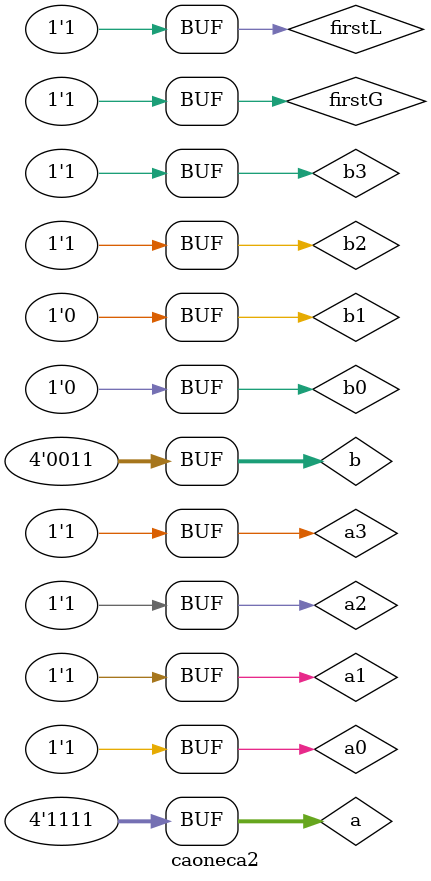
<source format=sv>
`timescale 1ns/1ns
module caoneca2();
  logic[3:0] a,b;
  logic firstE,firstG,firstL,E,L,G;
  logic a0,a1,a2,a3,b0,b1,b2,b3,g3,e3;
  bitAssian kAA(a,b,firstG,firstL,firstE,G,L,E);
  COMP KWW(a0,a1,a2,a3,b0,b1,b2,b3,g3,e3);
  initial begin
    #(100) a[3:0]=4'b1111;b[3:0]=4'b0011;a0=1;a1=1;a2=1;a3=1;b0=0;b1=0;b2=1;b3=1;firstL=1;firstG=1;firstL=1;

  end
endmodule
  
</source>
